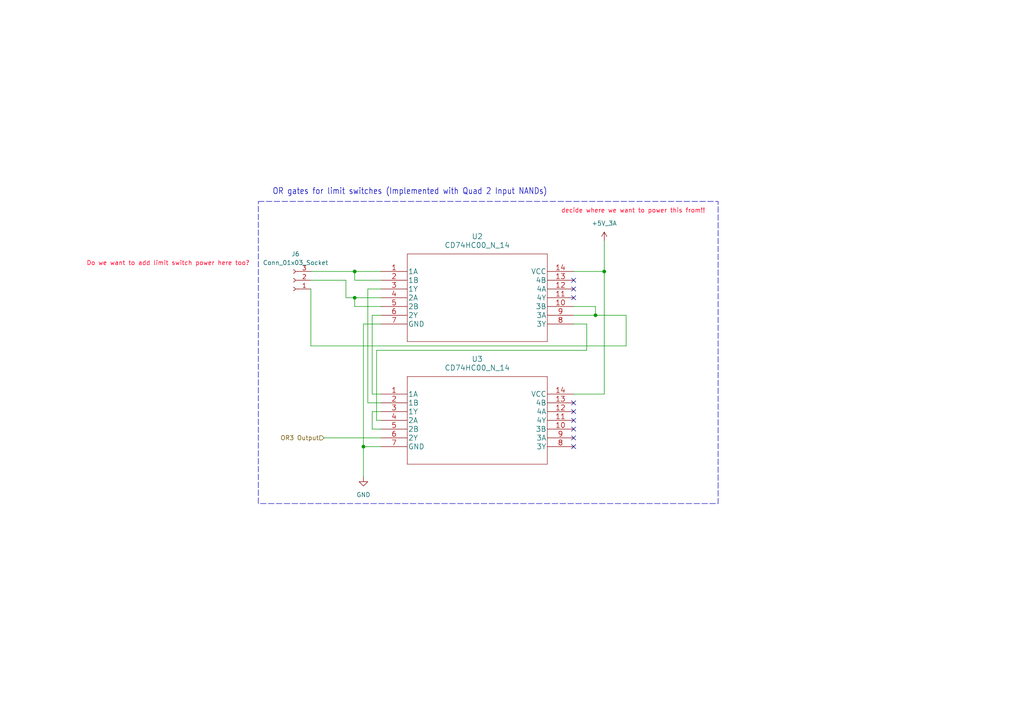
<source format=kicad_sch>
(kicad_sch (version 20231120) (generator "eeschema") (generator_version "8.0")
  (paper "A4")
  (lib_symbols
    (symbol "Connector:Conn_01x03_Socket" (pin_names (offset 1.016) hide)
      (property "Reference" "J" (at 0 5.08 0))
      (property "Value" "Conn_01x03_Socket" (at 0 -5.08 0))
      (symbol "Conn_01x03_Socket_1_1"
        (arc (start 0 -2.032) (mid -0.5058 -2.54) (end 0 -3.048) (stroke (width 0.1524)))
        (polyline (pts (xy -1.27 -2.54) (xy -0.508 -2.54)) (stroke (width 0.1524)))
        (polyline (pts (xy -1.27 0) (xy -0.508 0)) (stroke (width 0.1524)))
        (polyline (pts (xy -1.27 2.54) (xy -0.508 2.54)) (stroke (width 0.1524)))
        (arc (start 0 0.508) (mid -0.5058 0) (end 0 -0.508) (stroke (width 0.1524)))
        (arc (start 0 3.048) (mid -0.5058 2.54) (end 0 2.032) (stroke (width 0.1524)))
        (pin passive line (at -5.08 2.54 0) (length 3.81) (name "Pin_1") (number "1"))
        (pin passive line (at -5.08 0 0) (length 3.81) (name "Pin_2") (number "2"))
        (pin passive line (at -5.08 -2.54 0) (length 3.81) (name "Pin_3") (number "3"))
      )
    )
    (symbol "CustomSymbols:CD74HC00_N_14" (pin_names (offset 0.254))
      (property "Reference" "U" (at 27.94 10.16 0))
      (property "Value" "CD74HC00_N_14" (at 27.94 7.62 0))
      (symbol "CD74HC00_N_14_1_1"
        (polyline (pts (xy 7.62 -20.32) (xy 48.26 -20.32)) (stroke (width 0.127)))
        (polyline (pts (xy 7.62 5.08) (xy 7.62 -20.32)) (stroke (width 0.127)))
        (polyline (pts (xy 48.26 -20.32) (xy 48.26 5.08)) (stroke (width 0.127)))
        (polyline (pts (xy 48.26 5.08) (xy 7.62 5.08)) (stroke (width 0.127)))
        (pin input line (at 0 0 0) (length 7.62) (name "1A") (number "1"))
        (pin input line (at 55.88 -10.16 180) (length 7.62) (name "3B") (number "10"))
        (pin output line (at 55.88 -7.62 180) (length 7.62) (name "4Y") (number "11"))
        (pin input line (at 55.88 -5.08 180) (length 7.62) (name "4A") (number "12"))
        (pin input line (at 55.88 -2.54 180) (length 7.62) (name "4B") (number "13"))
        (pin power_in line (at 55.88 0 180) (length 7.62) (name "VCC") (number "14"))
        (pin input line (at 0 -2.54 0) (length 7.62) (name "1B") (number "2"))
        (pin output line (at 0 -5.08 0) (length 7.62) (name "1Y") (number "3"))
        (pin input line (at 0 -7.62 0) (length 7.62) (name "2A") (number "4"))
        (pin input line (at 0 -10.16 0) (length 7.62) (name "2B") (number "5"))
        (pin output line (at 0 -12.7 0) (length 7.62) (name "2Y") (number "6"))
        (pin power_in line (at 0 -15.24 0) (length 7.62) (name "GND") (number "7"))
        (pin output line (at 55.88 -15.24 180) (length 7.62) (name "3Y") (number "8"))
        (pin input line (at 55.88 -12.7 180) (length 7.62) (name "3A") (number "9"))
      )
    )
    (symbol "power:+5V" (power) (pin_numbers hide) (pin_names (offset 0) hide)
      (property "Value" "+5V" (at 0 3.556 0))
      (symbol "+5V_0_1"
        (polyline (pts (xy -0.762 1.27) (xy 0 2.54)))
        (polyline (pts (xy 0 0) (xy 0 2.54)))
        (polyline (pts (xy 0 2.54) (xy 0.762 1.27)))
      )
      (symbol "+5V_1_1"
        (pin power_in line (at 0 0 90) (length 0) (name "~") (number "1"))
      )
    )
    (symbol "power:GND" (power) (pin_numbers hide) (pin_names (offset 0) hide)
      (property "Value" "GND" (at 0 -3.81 0))
      (symbol "GND_0_1"
        (polyline (pts (xy 0 0) (xy 0 -1.27) (xy 1.27 -1.27) (xy 0 -2.54) (xy -1.27 -1.27) (xy 0 -1.27)))
      )
      (symbol "GND_1_1"
        (pin power_in line (at 0 0 270) (length 0) (name "~") (number "1"))
      )
    )
  )
  (junction (at 102.87 86.36))
  (junction (at 175.26 78.74))
  (junction (at 105.41 129.54))
  (junction (at 102.87 78.74))
  (junction (at 172.72 91.44))
  (no_connect (at 166.37 119.38))
  (no_connect (at 166.37 116.84))
  (no_connect (at 166.37 124.46))
  (no_connect (at 166.37 129.54))
  (no_connect (at 166.37 81.28))
  (no_connect (at 166.37 121.92))
  (no_connect (at 166.37 83.82))
  (no_connect (at 166.37 127))
  (no_connect (at 166.37 86.36))
  (wire (pts (xy 181.61 100.33) (xy 181.61 91.44)))
  (wire (pts (xy 166.37 91.44) (xy 172.72 91.44)))
  (wire (pts (xy 105.41 129.54) (xy 105.41 138.43)))
  (wire (pts (xy 90.17 83.82) (xy 90.17 100.33)))
  (wire (pts (xy 102.87 81.28) (xy 102.87 78.74)))
  (wire (pts (xy 90.17 78.74) (xy 102.87 78.74)))
  (wire (pts (xy 90.17 100.33) (xy 181.61 100.33)))
  (wire (pts (xy 110.49 91.44) (xy 107.95 91.44)))
  (wire (pts (xy 172.72 88.9) (xy 172.72 91.44)))
  (wire (pts (xy 166.37 114.3) (xy 175.26 114.3)))
  (wire (pts (xy 93.98 127) (xy 110.49 127)))
  (wire (pts (xy 110.49 88.9) (xy 102.87 88.9)))
  (wire (pts (xy 170.18 93.98) (xy 170.18 101.6)))
  (wire (pts (xy 175.26 78.74) (xy 166.37 78.74)))
  (wire (pts (xy 175.26 78.74) (xy 175.26 114.3)))
  (wire (pts (xy 109.22 101.6) (xy 109.22 121.92)))
  (wire (pts (xy 172.72 91.44) (xy 181.61 91.44)))
  (wire (pts (xy 166.37 88.9) (xy 172.72 88.9)))
  (wire (pts (xy 102.87 88.9) (xy 102.87 86.36)))
  (wire (pts (xy 106.68 116.84) (xy 110.49 116.84)))
  (wire (pts (xy 107.95 124.46) (xy 110.49 124.46)))
  (wire (pts (xy 106.68 83.82) (xy 106.68 116.84)))
  (wire (pts (xy 100.33 86.36) (xy 100.33 81.28)))
  (wire (pts (xy 102.87 78.74) (xy 110.49 78.74)))
  (wire (pts (xy 107.95 119.38) (xy 107.95 124.46)))
  (wire (pts (xy 170.18 101.6) (xy 109.22 101.6)))
  (wire (pts (xy 107.95 114.3) (xy 110.49 114.3)))
  (wire (pts (xy 100.33 81.28) (xy 90.17 81.28)))
  (wire (pts (xy 100.33 86.36) (xy 102.87 86.36)))
  (wire (pts (xy 102.87 86.36) (xy 110.49 86.36)))
  (wire (pts (xy 107.95 91.44) (xy 107.95 114.3)))
  (wire (pts (xy 110.49 81.28) (xy 102.87 81.28)))
  (wire (pts (xy 109.22 121.92) (xy 110.49 121.92)))
  (wire (pts (xy 110.49 119.38) (xy 107.95 119.38)))
  (wire (pts (xy 105.41 93.98) (xy 105.41 129.54)))
  (wire (pts (xy 175.26 69.85) (xy 175.26 78.74)))
  (wire (pts (xy 110.49 93.98) (xy 105.41 93.98)))
  (wire (pts (xy 110.49 83.82) (xy 106.68 83.82)))
  (wire (pts (xy 166.37 93.98) (xy 170.18 93.98)))
  (wire (pts (xy 105.41 129.54) (xy 110.49 129.54)))
  (rectangle (start 74.93 58.42) (end 208.28 146.05) (stroke (width 0) (type dash)))
  (text "decide where we want to power this from!!" (at 183.642 61.214 0) (effects (font (size 1.27 1.27))))
  (text "Do we want to add limit switch power here too?" (at 48.768 76.454 0) (effects (font (size 1.27 1.27))))
  (text "OR gates for limit switches (Implemented with Quad 2 Input NANDs)" (at 158.75 56.642 0) (effects (font (size 1.778 1.5113)) (justify right bottom)))
  (hierarchical_label "OR3 Output" (shape input) (at 93.98 127 180))
  (symbol (lib_id "power:+5V") (at 175.26 69.85 0) (unit 1)
    (property "Reference" "#PWR023" (effects (hide yes)))
    (property "Value" "+5V_3A" (at 175.26 64.77 0))
    (property "Description" "Power symbol creates a global label with name \"+5V\"" (effects (hide yes)))
  )
  (symbol (lib_id "CustomSymbols:CD74HC00_N_14") (at 110.49 78.74 0) (unit 1)
    (property "Reference" "U2" (at 138.43 68.58 0) (effects (font (size 1.524 1.524))))
    (property "Value" "CD74HC00_N_14" (at 138.43 71.12 0) (effects (font (size 1.524 1.524))))
    (property "Footprint" "Package_DIP:DIP-14_W7.62mm_LongPads" (effects (hide yes)))
  )
  (symbol (lib_id "CustomSymbols:CD74HC00_N_14") (at 110.49 114.3 0) (unit 1)
    (property "Reference" "U3" (at 138.43 104.14 0) (effects (font (size 1.524 1.524))))
    (property "Value" "CD74HC00_N_14" (at 138.43 106.68 0) (effects (font (size 1.524 1.524))))
    (property "Footprint" "Package_DIP:DIP-14_W7.62mm_LongPads" (effects (hide yes)))
  )
  (symbol (lib_id "Connector:Conn_01x03_Socket") (at 85.09 81.28 180) (unit 1)
    (property "Reference" "J6" (at 85.725 73.66 0))
    (property "Value" "Conn_01x03_Socket" (at 85.725 76.2 0))
    (property "Footprint" "Connector_PinHeader_2.54mm:PinHeader_1x03_P2.54mm_Vertical" (effects (hide yes)))
    (property "Description" "Generic connector, single row, 01x03, script generated" (effects (hide yes)))
  )
  (symbol (lib_id "power:GND") (at 105.41 138.43 0) (unit 1)
    (property "Reference" "#PWR022" (effects (hide yes)))
    (property "Value" "GND" (at 105.41 143.51 0))
    (property "Description" "Power symbol creates a global label with name \"GND\" , ground" (effects (hide yes)))
  )
)
</source>
